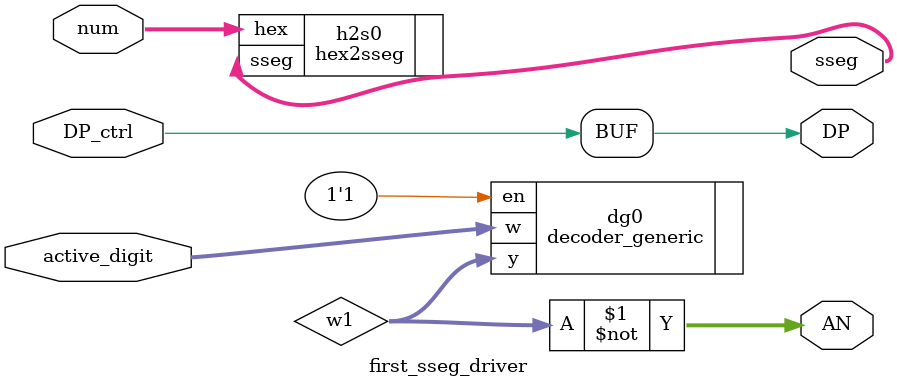
<source format=v>
`timescale 1ns / 1ps


module first_sseg_driver(
    input [2:0] active_digit,   //active_digit will determine which display will be active!
    input [3:0] num,    // binary number to be displayed
    input DP_ctrl,  //input that controls whether or not a decimal point is displayed (0 = on, and 1 = off)
    output [6:0] sseg,  //binary value to be displayed on the sseg
    output [0:7] AN, // controls whether or not the SSEG Displays are active. (0 = on, and 1 = off)
    //Bits of AN declared in reverse order because that is how the decoder is
    output DP   //output that displays the LED or turns it off
    );
    
    wire [0:7] w1; //bits are declared backwards because that is how the decoder is
    
    decoder_generic #(.N(3)) dg0(
        .w(active_digit), //w = input of the decoder
        .en(1'b1), //en = enable
        .y(w1) //y = output of the decoder
    );
    
    //inverts the output of the decoder since the AN's work backwards
    // 0 = on, and 1 = off
    assign AN = ~w1; 
    
    hex2sseg h2s0 (
        .hex(num), //input hex humber to be displayes
        .sseg(sseg) //sseg display output 
    );
    
    assign DP = DP_ctrl;
    
endmodule

</source>
